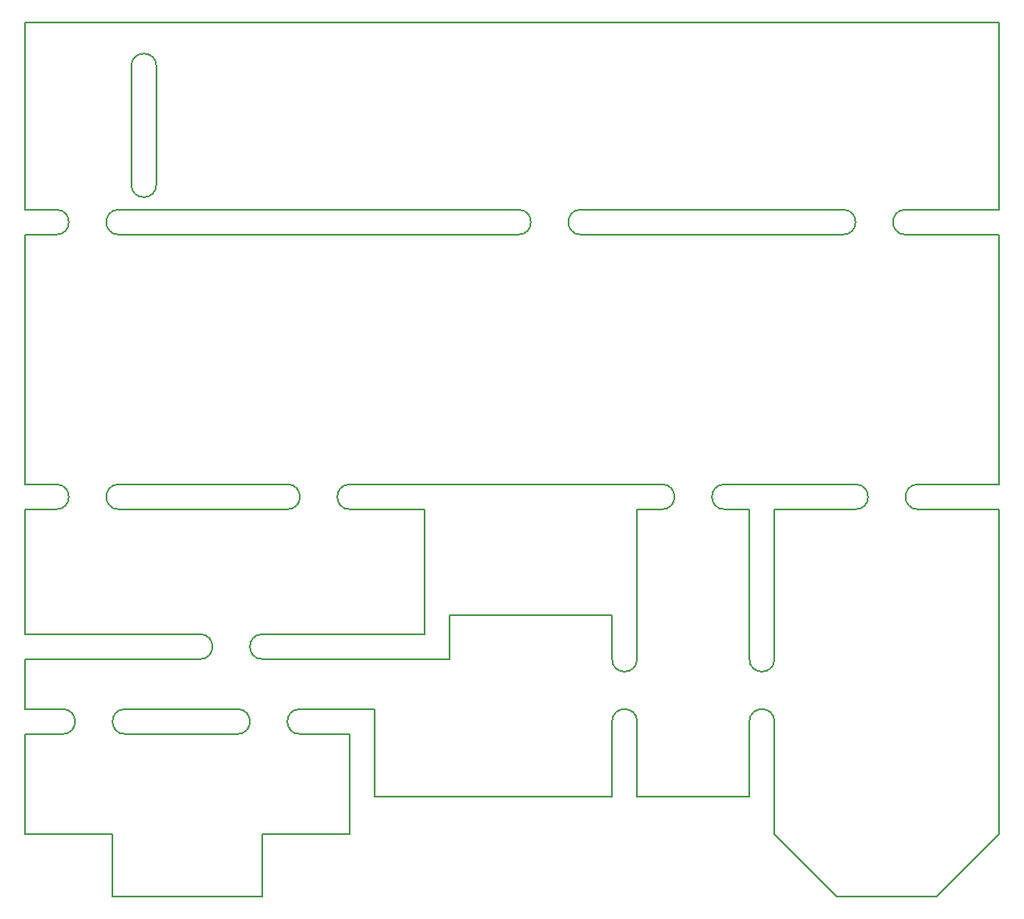
<source format=gko>
G04 #@! TF.GenerationSoftware,KiCad,Pcbnew,5.0.0-fee4fd1~65~ubuntu17.10.1*
G04 #@! TF.CreationDate,2018-10-29T15:09:50-04:00*
G04 #@! TF.ProjectId,panel,70616E656C2E6B696361645F70636200,A*
G04 #@! TF.SameCoordinates,Original*
G04 #@! TF.FileFunction,Profile,NP*
%FSLAX46Y46*%
G04 Gerber Fmt 4.6, Leading zero omitted, Abs format (unit mm)*
G04 Created by KiCad (PCBNEW 5.0.0-fee4fd1~65~ubuntu17.10.1) date Mon Oct 29 15:09:50 2018*
%MOMM*%
%LPD*%
G01*
G04 APERTURE LIST*
%ADD10C,0.150000*%
G04 APERTURE END LIST*
D10*
X85090000Y-124460000D02*
X85090000Y-129540000D01*
X144780000Y-120015000D02*
X144780000Y-124460000D01*
X128270000Y-120015000D02*
X144780000Y-120015000D01*
X128270000Y-124460000D02*
X128270000Y-120015000D01*
X109220000Y-124460000D02*
X128270000Y-124460000D01*
X144780000Y-130810000D02*
G75*
G02X147320000Y-130810000I1270000J0D01*
G01*
X147320000Y-124460000D02*
G75*
G02X144780000Y-124460000I-1270000J0D01*
G01*
X120650000Y-129540000D02*
X120650000Y-138430000D01*
X144780000Y-138430000D02*
X144780000Y-130810000D01*
X120650000Y-138430000D02*
X144780000Y-138430000D01*
X147320000Y-124460000D02*
X147320000Y-109220000D01*
X147320000Y-138430000D02*
X147320000Y-130810000D01*
X158750000Y-130810000D02*
X158750000Y-138430000D01*
X161290000Y-142240000D02*
X161290000Y-130810000D01*
X158750000Y-124460000D02*
X158750000Y-109220000D01*
X161290000Y-109220000D02*
X161290000Y-124460000D01*
X156210000Y-109220000D02*
X158750000Y-109220000D01*
X149860000Y-109220000D02*
X147320000Y-109220000D01*
X158750000Y-124460000D02*
G75*
G03X161290000Y-124460000I1270000J0D01*
G01*
X161290000Y-130810000D02*
G75*
G03X158750000Y-130810000I-1270000J0D01*
G01*
X156210000Y-106680000D02*
G75*
G03X156210000Y-109220000I0J-1270000D01*
G01*
X149860000Y-109220000D02*
G75*
G03X149860000Y-106680000I0J1270000D01*
G01*
X102870000Y-121920000D02*
X85090000Y-121920000D01*
X125730000Y-121920000D02*
X109220000Y-121920000D01*
X118110000Y-109220000D02*
X125730000Y-109220000D01*
X88265000Y-109220000D02*
X85090000Y-109220000D01*
X111760000Y-109220000D02*
X94615000Y-109220000D01*
X174625000Y-78740000D02*
X184150000Y-78740000D01*
X141605000Y-78740000D02*
X168275000Y-78740000D01*
X94615000Y-78740000D02*
X135255000Y-78740000D01*
X85090000Y-78740000D02*
X88265000Y-78740000D01*
X113030000Y-129540000D02*
X120650000Y-129540000D01*
X109220000Y-121920000D02*
G75*
G03X109220000Y-124460000I0J-1270000D01*
G01*
X102870000Y-124460000D02*
G75*
G03X102870000Y-121920000I0J1270000D01*
G01*
X169545000Y-106680000D02*
X156210000Y-106680000D01*
X169545000Y-109220000D02*
X161290000Y-109220000D01*
X184150000Y-109220000D02*
X175895000Y-109220000D01*
X175895000Y-106680000D02*
X184150000Y-106680000D01*
X113030000Y-129540000D02*
G75*
G03X113030000Y-132080000I0J-1270000D01*
G01*
X106680000Y-132080000D02*
G75*
G03X106680000Y-129540000I0J1270000D01*
G01*
X95250000Y-129540000D02*
G75*
G03X95250000Y-132080000I0J-1270000D01*
G01*
X88900000Y-132080000D02*
G75*
G03X88900000Y-129540000I0J1270000D01*
G01*
X113030000Y-132080000D02*
X118110000Y-132080000D01*
X95250000Y-132080000D02*
X106680000Y-132080000D01*
X95250000Y-129540000D02*
X106680000Y-129540000D01*
X85090000Y-132080000D02*
X88900000Y-132080000D01*
X85090000Y-129540000D02*
X88900000Y-129540000D01*
X85090000Y-124460000D02*
X102870000Y-124460000D01*
X175895000Y-106680000D02*
G75*
G03X175895000Y-109220000I0J-1270000D01*
G01*
X169545000Y-109220000D02*
G75*
G03X169545000Y-106680000I0J1270000D01*
G01*
X118110000Y-106680000D02*
G75*
G03X118110000Y-109220000I0J-1270000D01*
G01*
X111760000Y-109220000D02*
G75*
G03X111760000Y-106680000I0J1270000D01*
G01*
X94615000Y-106680000D02*
G75*
G03X94615000Y-109220000I0J-1270000D01*
G01*
X88265000Y-109220000D02*
G75*
G03X88265000Y-106680000I0J1270000D01*
G01*
X85090000Y-106680000D02*
X88265000Y-106680000D01*
X111760000Y-106680000D02*
X94615000Y-106680000D01*
X149860000Y-106680000D02*
X118110000Y-106680000D01*
X174625000Y-78740000D02*
G75*
G03X174625000Y-81280000I0J-1270000D01*
G01*
X168275000Y-81280000D02*
G75*
G03X168275000Y-78740000I0J1270000D01*
G01*
X141605000Y-78740000D02*
G75*
G03X141605000Y-81280000I0J-1270000D01*
G01*
X135255000Y-81280000D02*
G75*
G03X135255000Y-78740000I0J1270000D01*
G01*
X94615000Y-78740000D02*
G75*
G03X94615000Y-81280000I0J-1270000D01*
G01*
X88265000Y-81280000D02*
G75*
G03X88265000Y-78740000I0J1270000D01*
G01*
X135255000Y-81280000D02*
X94615000Y-81280000D01*
X168275000Y-81280000D02*
X141605000Y-81280000D01*
X184150000Y-81280000D02*
X174625000Y-81280000D01*
X85090000Y-81280000D02*
X88265000Y-81280000D01*
X85090000Y-81280000D02*
X85090000Y-106680000D01*
X184150000Y-106680000D02*
X184150000Y-81280000D01*
X118110000Y-142240000D02*
X118110000Y-132080000D01*
X109220000Y-142240000D02*
X118110000Y-142240000D01*
X109220000Y-148590000D02*
X109220000Y-142240000D01*
X93980000Y-148590000D02*
X109220000Y-148590000D01*
X93980000Y-142240000D02*
X93980000Y-148590000D01*
X85090000Y-142240000D02*
X93980000Y-142240000D01*
X85090000Y-132080000D02*
X85090000Y-142240000D01*
X184150000Y-109220000D02*
X184150000Y-142240000D01*
X177800000Y-148590000D02*
X167640000Y-148590000D01*
X184150000Y-142240000D02*
X177800000Y-148590000D01*
X161290000Y-142240000D02*
X167640000Y-148590000D01*
X98425000Y-64135000D02*
G75*
G03X95885000Y-64135000I-1270000J0D01*
G01*
X98425000Y-76200000D02*
X98425000Y-64135000D01*
X95885000Y-76200000D02*
G75*
G03X98425000Y-76200000I1270000J0D01*
G01*
X95885000Y-76200000D02*
X95885000Y-64135000D01*
X85090000Y-78740000D02*
X85090000Y-59690000D01*
X184150000Y-59690000D02*
X184150000Y-78740000D01*
X85090000Y-59690000D02*
X184150000Y-59690000D01*
X85090000Y-109220000D02*
X85090000Y-121920000D01*
X125730000Y-121920000D02*
X125730000Y-109220000D01*
X147320000Y-138430000D02*
X158750000Y-138430000D01*
M02*

</source>
